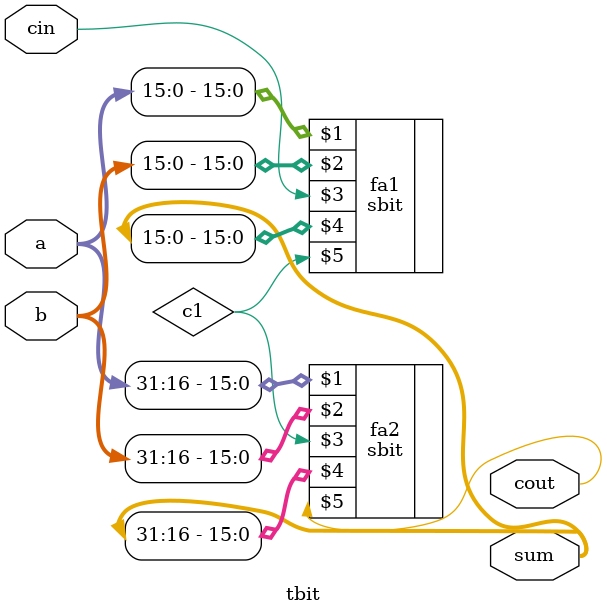
<source format=v>
`include "16bit.v"
module tbit(a,b,cin,sum,cout);
	output [31:0] sum;
	output cout;
	input [31:0] a,b;
	input cin;
	wire c1,c2,c3,c4;
	sbit fa1(a[15:0],b[15:0],cin,sum[15:0],c1);
	sbit fa2(a[31:16],b[31:16],c1,sum[31:16],cout);
	
endmodule
	
</source>
